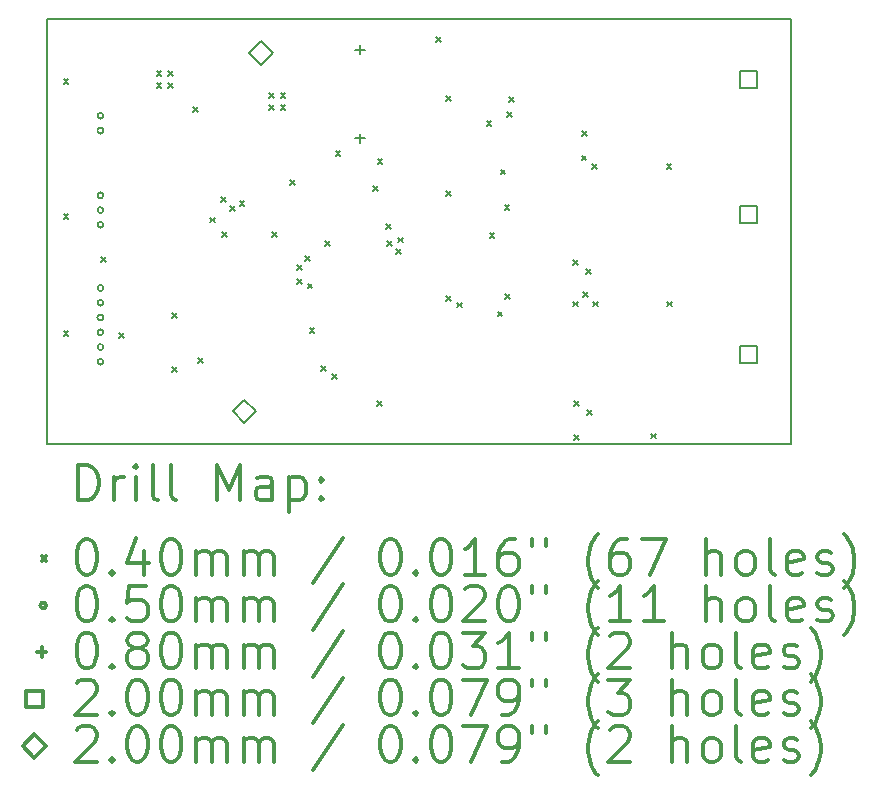
<source format=gbr>
%FSLAX45Y45*%
G04 Gerber Fmt 4.5, Leading zero omitted, Abs format (unit mm)*
G04 Created by KiCad (PCBNEW 4.0.2-stable) date 21.06.2016 15:54:37*
%MOMM*%
G01*
G04 APERTURE LIST*
%ADD10C,0.127000*%
%ADD11C,0.150000*%
%ADD12C,0.200000*%
%ADD13C,0.300000*%
G04 APERTURE END LIST*
D10*
D11*
X17933100Y-5900000D02*
X17933100Y-9500000D01*
X11633100Y-9500000D02*
X17933100Y-9500000D01*
X11633100Y-5900000D02*
X17933100Y-5900000D01*
X11633100Y-9500000D02*
X11633100Y-5900000D01*
D12*
X11771950Y-6406200D02*
X11811950Y-6446200D01*
X11811950Y-6406200D02*
X11771950Y-6446200D01*
X11771950Y-7549200D02*
X11811950Y-7589200D01*
X11811950Y-7549200D02*
X11771950Y-7589200D01*
X11771950Y-8539800D02*
X11811950Y-8579800D01*
X11811950Y-8539800D02*
X11771950Y-8579800D01*
X12089450Y-7917500D02*
X12129450Y-7957500D01*
X12129450Y-7917500D02*
X12089450Y-7957500D01*
X12240692Y-8555242D02*
X12280692Y-8595242D01*
X12280692Y-8555242D02*
X12240692Y-8595242D01*
X12559350Y-6342700D02*
X12599350Y-6382700D01*
X12599350Y-6342700D02*
X12559350Y-6382700D01*
X12559350Y-6442700D02*
X12599350Y-6482700D01*
X12599350Y-6442700D02*
X12559350Y-6482700D01*
X12659350Y-6342700D02*
X12699350Y-6382700D01*
X12699350Y-6342700D02*
X12659350Y-6382700D01*
X12659350Y-6442700D02*
X12699350Y-6482700D01*
X12699350Y-6442700D02*
X12659350Y-6482700D01*
X12691644Y-8388017D02*
X12731644Y-8428017D01*
X12731644Y-8388017D02*
X12691644Y-8428017D01*
X12694076Y-8848031D02*
X12734076Y-8888031D01*
X12734076Y-8848031D02*
X12694076Y-8888031D01*
X12868014Y-6647041D02*
X12908014Y-6687041D01*
X12908014Y-6647041D02*
X12868014Y-6687041D01*
X12913733Y-8768064D02*
X12953733Y-8808064D01*
X12953733Y-8768064D02*
X12913733Y-8808064D01*
X13010065Y-7580459D02*
X13050065Y-7620459D01*
X13050065Y-7580459D02*
X13010065Y-7620459D01*
X13103804Y-7406923D02*
X13143804Y-7446923D01*
X13143804Y-7406923D02*
X13103804Y-7446923D01*
X13113744Y-7703224D02*
X13153744Y-7743224D01*
X13153744Y-7703224D02*
X13113744Y-7743224D01*
X13180799Y-7482688D02*
X13220799Y-7522688D01*
X13220799Y-7482688D02*
X13180799Y-7522688D01*
X13262946Y-7439872D02*
X13302946Y-7479872D01*
X13302946Y-7439872D02*
X13262946Y-7479872D01*
X13509604Y-6525052D02*
X13549604Y-6565052D01*
X13549604Y-6525052D02*
X13509604Y-6565052D01*
X13509604Y-6625052D02*
X13549604Y-6665052D01*
X13549604Y-6625052D02*
X13509604Y-6665052D01*
X13540840Y-7700821D02*
X13580840Y-7740821D01*
X13580840Y-7700821D02*
X13540840Y-7740821D01*
X13609604Y-6525052D02*
X13649604Y-6565052D01*
X13649604Y-6525052D02*
X13609604Y-6565052D01*
X13609604Y-6625052D02*
X13649604Y-6665052D01*
X13649604Y-6625052D02*
X13609604Y-6665052D01*
X13687237Y-7263958D02*
X13727237Y-7303958D01*
X13727237Y-7263958D02*
X13687237Y-7303958D01*
X13749341Y-7983013D02*
X13789341Y-8023013D01*
X13789341Y-7983013D02*
X13749341Y-8023013D01*
X13749341Y-8098865D02*
X13789341Y-8138865D01*
X13789341Y-8098865D02*
X13749341Y-8138865D01*
X13816886Y-7904217D02*
X13856886Y-7944217D01*
X13856886Y-7904217D02*
X13816886Y-7944217D01*
X13839450Y-8139609D02*
X13879450Y-8179609D01*
X13879450Y-8139609D02*
X13839450Y-8179609D01*
X13854750Y-8514400D02*
X13894750Y-8554400D01*
X13894750Y-8514400D02*
X13854750Y-8554400D01*
X13955642Y-8835224D02*
X13995642Y-8875224D01*
X13995642Y-8835224D02*
X13955642Y-8875224D01*
X13985433Y-7780411D02*
X14025433Y-7820411D01*
X14025433Y-7780411D02*
X13985433Y-7820411D01*
X14045250Y-8908100D02*
X14085250Y-8948100D01*
X14085250Y-8908100D02*
X14045250Y-8948100D01*
X14076145Y-7017180D02*
X14116145Y-7057180D01*
X14116145Y-7017180D02*
X14076145Y-7057180D01*
X14392755Y-7312235D02*
X14432755Y-7352235D01*
X14432755Y-7312235D02*
X14392755Y-7352235D01*
X14425184Y-9134845D02*
X14465184Y-9174845D01*
X14465184Y-9134845D02*
X14425184Y-9174845D01*
X14431069Y-7082478D02*
X14471069Y-7122478D01*
X14471069Y-7082478D02*
X14431069Y-7122478D01*
X14502450Y-7638100D02*
X14542450Y-7678100D01*
X14542450Y-7638100D02*
X14502450Y-7678100D01*
X14512695Y-7776296D02*
X14552695Y-7816296D01*
X14552695Y-7776296D02*
X14512695Y-7816296D01*
X14589604Y-7849729D02*
X14629604Y-7889729D01*
X14629604Y-7849729D02*
X14589604Y-7889729D01*
X14605865Y-7748889D02*
X14645865Y-7788889D01*
X14645865Y-7748889D02*
X14605865Y-7788889D01*
X14927900Y-6050600D02*
X14967900Y-6090600D01*
X14967900Y-6050600D02*
X14927900Y-6090600D01*
X15010450Y-6552202D02*
X15050450Y-6592202D01*
X15050450Y-6552202D02*
X15010450Y-6592202D01*
X15010450Y-7358700D02*
X15050450Y-7398700D01*
X15050450Y-7358700D02*
X15010450Y-7398700D01*
X15010450Y-8247700D02*
X15050450Y-8287700D01*
X15050450Y-8247700D02*
X15010450Y-8287700D01*
X15101590Y-8300477D02*
X15141590Y-8340477D01*
X15141590Y-8300477D02*
X15101590Y-8340477D01*
X15353350Y-6761800D02*
X15393350Y-6801800D01*
X15393350Y-6761800D02*
X15353350Y-6801800D01*
X15378750Y-7714300D02*
X15418750Y-7754300D01*
X15418750Y-7714300D02*
X15378750Y-7754300D01*
X15446218Y-8375101D02*
X15486218Y-8415101D01*
X15486218Y-8375101D02*
X15446218Y-8415101D01*
X15471720Y-7174646D02*
X15511720Y-7214646D01*
X15511720Y-7174646D02*
X15471720Y-7214646D01*
X15506561Y-7475520D02*
X15546561Y-7515520D01*
X15546561Y-7475520D02*
X15506561Y-7515520D01*
X15508714Y-8226288D02*
X15548714Y-8266288D01*
X15548714Y-8226288D02*
X15508714Y-8266288D01*
X15529494Y-6686813D02*
X15569494Y-6726813D01*
X15569494Y-6686813D02*
X15529494Y-6726813D01*
X15546849Y-6562423D02*
X15586849Y-6602423D01*
X15586849Y-6562423D02*
X15546849Y-6602423D01*
X16085541Y-8290486D02*
X16125541Y-8330486D01*
X16125541Y-8290486D02*
X16085541Y-8330486D01*
X16085670Y-7939036D02*
X16125670Y-7979036D01*
X16125670Y-7939036D02*
X16085670Y-7979036D01*
X16094664Y-9132723D02*
X16134664Y-9172723D01*
X16134664Y-9132723D02*
X16094664Y-9172723D01*
X16095630Y-9424628D02*
X16135630Y-9464628D01*
X16135630Y-9424628D02*
X16095630Y-9464628D01*
X16158446Y-7054651D02*
X16198446Y-7094651D01*
X16198446Y-7054651D02*
X16158446Y-7094651D01*
X16163873Y-6848430D02*
X16203873Y-6888430D01*
X16203873Y-6848430D02*
X16163873Y-6888430D01*
X16171361Y-8213045D02*
X16211361Y-8253045D01*
X16211361Y-8213045D02*
X16171361Y-8253045D01*
X16194624Y-8017227D02*
X16234624Y-8057227D01*
X16234624Y-8017227D02*
X16194624Y-8057227D01*
X16206731Y-9211929D02*
X16246731Y-9251929D01*
X16246731Y-9211929D02*
X16206731Y-9251929D01*
X16246026Y-7128361D02*
X16286026Y-7168361D01*
X16286026Y-7128361D02*
X16246026Y-7168361D01*
X16256362Y-8292520D02*
X16296362Y-8332520D01*
X16296362Y-8292520D02*
X16256362Y-8332520D01*
X16744181Y-9408492D02*
X16784181Y-9448492D01*
X16784181Y-9408492D02*
X16744181Y-9448492D01*
X16878704Y-7129341D02*
X16918704Y-7169341D01*
X16918704Y-7129341D02*
X16878704Y-7169341D01*
X16881949Y-8292396D02*
X16921949Y-8332396D01*
X16921949Y-8292396D02*
X16881949Y-8332396D01*
X12109050Y-6718300D02*
G75*
G03X12109050Y-6718300I-25000J0D01*
G01*
X12109050Y-6843300D02*
G75*
G03X12109050Y-6843300I-25000J0D01*
G01*
X12109050Y-7391400D02*
G75*
G03X12109050Y-7391400I-25000J0D01*
G01*
X12109050Y-7516400D02*
G75*
G03X12109050Y-7516400I-25000J0D01*
G01*
X12109050Y-7641400D02*
G75*
G03X12109050Y-7641400I-25000J0D01*
G01*
X12109050Y-8176100D02*
G75*
G03X12109050Y-8176100I-25000J0D01*
G01*
X12109050Y-8301100D02*
G75*
G03X12109050Y-8301100I-25000J0D01*
G01*
X12109050Y-8426100D02*
G75*
G03X12109050Y-8426100I-25000J0D01*
G01*
X12109050Y-8551100D02*
G75*
G03X12109050Y-8551100I-25000J0D01*
G01*
X12109050Y-8676100D02*
G75*
G03X12109050Y-8676100I-25000J0D01*
G01*
X12109050Y-8801100D02*
G75*
G03X12109050Y-8801100I-25000J0D01*
G01*
X14281150Y-6118800D02*
X14281150Y-6198800D01*
X14241150Y-6158800D02*
X14321150Y-6158800D01*
X14281150Y-6868800D02*
X14281150Y-6948800D01*
X14241150Y-6908800D02*
X14321150Y-6908800D01*
X17641125Y-6484175D02*
X17641125Y-6342825D01*
X17499775Y-6342825D01*
X17499775Y-6484175D01*
X17641125Y-6484175D01*
X17641125Y-7627175D02*
X17641125Y-7485825D01*
X17499775Y-7485825D01*
X17499775Y-7627175D01*
X17641125Y-7627175D01*
X17641125Y-8808275D02*
X17641125Y-8666925D01*
X17499775Y-8666925D01*
X17499775Y-8808275D01*
X17641125Y-8808275D01*
X13303250Y-9320200D02*
X13403250Y-9220200D01*
X13303250Y-9120200D01*
X13203250Y-9220200D01*
X13303250Y-9320200D01*
X13442950Y-6284900D02*
X13542950Y-6184900D01*
X13442950Y-6084900D01*
X13342950Y-6184900D01*
X13442950Y-6284900D01*
D13*
X11897028Y-9973214D02*
X11897028Y-9673214D01*
X11968457Y-9673214D01*
X12011314Y-9687500D01*
X12039886Y-9716072D01*
X12054171Y-9744643D01*
X12068457Y-9801786D01*
X12068457Y-9844643D01*
X12054171Y-9901786D01*
X12039886Y-9930357D01*
X12011314Y-9958929D01*
X11968457Y-9973214D01*
X11897028Y-9973214D01*
X12197028Y-9973214D02*
X12197028Y-9773214D01*
X12197028Y-9830357D02*
X12211314Y-9801786D01*
X12225600Y-9787500D01*
X12254171Y-9773214D01*
X12282743Y-9773214D01*
X12382743Y-9973214D02*
X12382743Y-9773214D01*
X12382743Y-9673214D02*
X12368457Y-9687500D01*
X12382743Y-9701786D01*
X12397028Y-9687500D01*
X12382743Y-9673214D01*
X12382743Y-9701786D01*
X12568457Y-9973214D02*
X12539886Y-9958929D01*
X12525600Y-9930357D01*
X12525600Y-9673214D01*
X12725600Y-9973214D02*
X12697028Y-9958929D01*
X12682743Y-9930357D01*
X12682743Y-9673214D01*
X13068457Y-9973214D02*
X13068457Y-9673214D01*
X13168457Y-9887500D01*
X13268457Y-9673214D01*
X13268457Y-9973214D01*
X13539886Y-9973214D02*
X13539886Y-9816072D01*
X13525600Y-9787500D01*
X13497028Y-9773214D01*
X13439886Y-9773214D01*
X13411314Y-9787500D01*
X13539886Y-9958929D02*
X13511314Y-9973214D01*
X13439886Y-9973214D01*
X13411314Y-9958929D01*
X13397028Y-9930357D01*
X13397028Y-9901786D01*
X13411314Y-9873214D01*
X13439886Y-9858929D01*
X13511314Y-9858929D01*
X13539886Y-9844643D01*
X13682743Y-9773214D02*
X13682743Y-10073214D01*
X13682743Y-9787500D02*
X13711314Y-9773214D01*
X13768457Y-9773214D01*
X13797028Y-9787500D01*
X13811314Y-9801786D01*
X13825600Y-9830357D01*
X13825600Y-9916072D01*
X13811314Y-9944643D01*
X13797028Y-9958929D01*
X13768457Y-9973214D01*
X13711314Y-9973214D01*
X13682743Y-9958929D01*
X13954171Y-9944643D02*
X13968457Y-9958929D01*
X13954171Y-9973214D01*
X13939886Y-9958929D01*
X13954171Y-9944643D01*
X13954171Y-9973214D01*
X13954171Y-9787500D02*
X13968457Y-9801786D01*
X13954171Y-9816072D01*
X13939886Y-9801786D01*
X13954171Y-9787500D01*
X13954171Y-9816072D01*
X11585600Y-10447500D02*
X11625600Y-10487500D01*
X11625600Y-10447500D02*
X11585600Y-10487500D01*
X11954171Y-10303214D02*
X11982743Y-10303214D01*
X12011314Y-10317500D01*
X12025600Y-10331786D01*
X12039886Y-10360357D01*
X12054171Y-10417500D01*
X12054171Y-10488929D01*
X12039886Y-10546072D01*
X12025600Y-10574643D01*
X12011314Y-10588929D01*
X11982743Y-10603214D01*
X11954171Y-10603214D01*
X11925600Y-10588929D01*
X11911314Y-10574643D01*
X11897028Y-10546072D01*
X11882743Y-10488929D01*
X11882743Y-10417500D01*
X11897028Y-10360357D01*
X11911314Y-10331786D01*
X11925600Y-10317500D01*
X11954171Y-10303214D01*
X12182743Y-10574643D02*
X12197028Y-10588929D01*
X12182743Y-10603214D01*
X12168457Y-10588929D01*
X12182743Y-10574643D01*
X12182743Y-10603214D01*
X12454171Y-10403214D02*
X12454171Y-10603214D01*
X12382743Y-10288929D02*
X12311314Y-10503214D01*
X12497028Y-10503214D01*
X12668457Y-10303214D02*
X12697028Y-10303214D01*
X12725600Y-10317500D01*
X12739886Y-10331786D01*
X12754171Y-10360357D01*
X12768457Y-10417500D01*
X12768457Y-10488929D01*
X12754171Y-10546072D01*
X12739886Y-10574643D01*
X12725600Y-10588929D01*
X12697028Y-10603214D01*
X12668457Y-10603214D01*
X12639886Y-10588929D01*
X12625600Y-10574643D01*
X12611314Y-10546072D01*
X12597028Y-10488929D01*
X12597028Y-10417500D01*
X12611314Y-10360357D01*
X12625600Y-10331786D01*
X12639886Y-10317500D01*
X12668457Y-10303214D01*
X12897028Y-10603214D02*
X12897028Y-10403214D01*
X12897028Y-10431786D02*
X12911314Y-10417500D01*
X12939886Y-10403214D01*
X12982743Y-10403214D01*
X13011314Y-10417500D01*
X13025600Y-10446072D01*
X13025600Y-10603214D01*
X13025600Y-10446072D02*
X13039886Y-10417500D01*
X13068457Y-10403214D01*
X13111314Y-10403214D01*
X13139886Y-10417500D01*
X13154171Y-10446072D01*
X13154171Y-10603214D01*
X13297028Y-10603214D02*
X13297028Y-10403214D01*
X13297028Y-10431786D02*
X13311314Y-10417500D01*
X13339886Y-10403214D01*
X13382743Y-10403214D01*
X13411314Y-10417500D01*
X13425600Y-10446072D01*
X13425600Y-10603214D01*
X13425600Y-10446072D02*
X13439886Y-10417500D01*
X13468457Y-10403214D01*
X13511314Y-10403214D01*
X13539886Y-10417500D01*
X13554171Y-10446072D01*
X13554171Y-10603214D01*
X14139886Y-10288929D02*
X13882743Y-10674643D01*
X14525600Y-10303214D02*
X14554171Y-10303214D01*
X14582743Y-10317500D01*
X14597028Y-10331786D01*
X14611314Y-10360357D01*
X14625600Y-10417500D01*
X14625600Y-10488929D01*
X14611314Y-10546072D01*
X14597028Y-10574643D01*
X14582743Y-10588929D01*
X14554171Y-10603214D01*
X14525600Y-10603214D01*
X14497028Y-10588929D01*
X14482743Y-10574643D01*
X14468457Y-10546072D01*
X14454171Y-10488929D01*
X14454171Y-10417500D01*
X14468457Y-10360357D01*
X14482743Y-10331786D01*
X14497028Y-10317500D01*
X14525600Y-10303214D01*
X14754171Y-10574643D02*
X14768457Y-10588929D01*
X14754171Y-10603214D01*
X14739886Y-10588929D01*
X14754171Y-10574643D01*
X14754171Y-10603214D01*
X14954171Y-10303214D02*
X14982743Y-10303214D01*
X15011314Y-10317500D01*
X15025600Y-10331786D01*
X15039885Y-10360357D01*
X15054171Y-10417500D01*
X15054171Y-10488929D01*
X15039885Y-10546072D01*
X15025600Y-10574643D01*
X15011314Y-10588929D01*
X14982743Y-10603214D01*
X14954171Y-10603214D01*
X14925600Y-10588929D01*
X14911314Y-10574643D01*
X14897028Y-10546072D01*
X14882743Y-10488929D01*
X14882743Y-10417500D01*
X14897028Y-10360357D01*
X14911314Y-10331786D01*
X14925600Y-10317500D01*
X14954171Y-10303214D01*
X15339885Y-10603214D02*
X15168457Y-10603214D01*
X15254171Y-10603214D02*
X15254171Y-10303214D01*
X15225600Y-10346072D01*
X15197028Y-10374643D01*
X15168457Y-10388929D01*
X15597028Y-10303214D02*
X15539885Y-10303214D01*
X15511314Y-10317500D01*
X15497028Y-10331786D01*
X15468457Y-10374643D01*
X15454171Y-10431786D01*
X15454171Y-10546072D01*
X15468457Y-10574643D01*
X15482743Y-10588929D01*
X15511314Y-10603214D01*
X15568457Y-10603214D01*
X15597028Y-10588929D01*
X15611314Y-10574643D01*
X15625600Y-10546072D01*
X15625600Y-10474643D01*
X15611314Y-10446072D01*
X15597028Y-10431786D01*
X15568457Y-10417500D01*
X15511314Y-10417500D01*
X15482743Y-10431786D01*
X15468457Y-10446072D01*
X15454171Y-10474643D01*
X15739886Y-10303214D02*
X15739886Y-10360357D01*
X15854171Y-10303214D02*
X15854171Y-10360357D01*
X16297028Y-10717500D02*
X16282743Y-10703214D01*
X16254171Y-10660357D01*
X16239885Y-10631786D01*
X16225600Y-10588929D01*
X16211314Y-10517500D01*
X16211314Y-10460357D01*
X16225600Y-10388929D01*
X16239885Y-10346072D01*
X16254171Y-10317500D01*
X16282743Y-10274643D01*
X16297028Y-10260357D01*
X16539885Y-10303214D02*
X16482743Y-10303214D01*
X16454171Y-10317500D01*
X16439885Y-10331786D01*
X16411314Y-10374643D01*
X16397028Y-10431786D01*
X16397028Y-10546072D01*
X16411314Y-10574643D01*
X16425600Y-10588929D01*
X16454171Y-10603214D01*
X16511314Y-10603214D01*
X16539885Y-10588929D01*
X16554171Y-10574643D01*
X16568457Y-10546072D01*
X16568457Y-10474643D01*
X16554171Y-10446072D01*
X16539885Y-10431786D01*
X16511314Y-10417500D01*
X16454171Y-10417500D01*
X16425600Y-10431786D01*
X16411314Y-10446072D01*
X16397028Y-10474643D01*
X16668457Y-10303214D02*
X16868457Y-10303214D01*
X16739885Y-10603214D01*
X17211314Y-10603214D02*
X17211314Y-10303214D01*
X17339886Y-10603214D02*
X17339886Y-10446072D01*
X17325600Y-10417500D01*
X17297028Y-10403214D01*
X17254171Y-10403214D01*
X17225600Y-10417500D01*
X17211314Y-10431786D01*
X17525600Y-10603214D02*
X17497028Y-10588929D01*
X17482743Y-10574643D01*
X17468457Y-10546072D01*
X17468457Y-10460357D01*
X17482743Y-10431786D01*
X17497028Y-10417500D01*
X17525600Y-10403214D01*
X17568457Y-10403214D01*
X17597028Y-10417500D01*
X17611314Y-10431786D01*
X17625600Y-10460357D01*
X17625600Y-10546072D01*
X17611314Y-10574643D01*
X17597028Y-10588929D01*
X17568457Y-10603214D01*
X17525600Y-10603214D01*
X17797028Y-10603214D02*
X17768457Y-10588929D01*
X17754171Y-10560357D01*
X17754171Y-10303214D01*
X18025600Y-10588929D02*
X17997029Y-10603214D01*
X17939886Y-10603214D01*
X17911314Y-10588929D01*
X17897029Y-10560357D01*
X17897029Y-10446072D01*
X17911314Y-10417500D01*
X17939886Y-10403214D01*
X17997029Y-10403214D01*
X18025600Y-10417500D01*
X18039886Y-10446072D01*
X18039886Y-10474643D01*
X17897029Y-10503214D01*
X18154171Y-10588929D02*
X18182743Y-10603214D01*
X18239886Y-10603214D01*
X18268457Y-10588929D01*
X18282743Y-10560357D01*
X18282743Y-10546072D01*
X18268457Y-10517500D01*
X18239886Y-10503214D01*
X18197029Y-10503214D01*
X18168457Y-10488929D01*
X18154171Y-10460357D01*
X18154171Y-10446072D01*
X18168457Y-10417500D01*
X18197029Y-10403214D01*
X18239886Y-10403214D01*
X18268457Y-10417500D01*
X18382743Y-10717500D02*
X18397029Y-10703214D01*
X18425600Y-10660357D01*
X18439886Y-10631786D01*
X18454171Y-10588929D01*
X18468457Y-10517500D01*
X18468457Y-10460357D01*
X18454171Y-10388929D01*
X18439886Y-10346072D01*
X18425600Y-10317500D01*
X18397029Y-10274643D01*
X18382743Y-10260357D01*
X11625600Y-10863500D02*
G75*
G03X11625600Y-10863500I-25000J0D01*
G01*
X11954171Y-10699214D02*
X11982743Y-10699214D01*
X12011314Y-10713500D01*
X12025600Y-10727786D01*
X12039886Y-10756357D01*
X12054171Y-10813500D01*
X12054171Y-10884929D01*
X12039886Y-10942072D01*
X12025600Y-10970643D01*
X12011314Y-10984929D01*
X11982743Y-10999214D01*
X11954171Y-10999214D01*
X11925600Y-10984929D01*
X11911314Y-10970643D01*
X11897028Y-10942072D01*
X11882743Y-10884929D01*
X11882743Y-10813500D01*
X11897028Y-10756357D01*
X11911314Y-10727786D01*
X11925600Y-10713500D01*
X11954171Y-10699214D01*
X12182743Y-10970643D02*
X12197028Y-10984929D01*
X12182743Y-10999214D01*
X12168457Y-10984929D01*
X12182743Y-10970643D01*
X12182743Y-10999214D01*
X12468457Y-10699214D02*
X12325600Y-10699214D01*
X12311314Y-10842072D01*
X12325600Y-10827786D01*
X12354171Y-10813500D01*
X12425600Y-10813500D01*
X12454171Y-10827786D01*
X12468457Y-10842072D01*
X12482743Y-10870643D01*
X12482743Y-10942072D01*
X12468457Y-10970643D01*
X12454171Y-10984929D01*
X12425600Y-10999214D01*
X12354171Y-10999214D01*
X12325600Y-10984929D01*
X12311314Y-10970643D01*
X12668457Y-10699214D02*
X12697028Y-10699214D01*
X12725600Y-10713500D01*
X12739886Y-10727786D01*
X12754171Y-10756357D01*
X12768457Y-10813500D01*
X12768457Y-10884929D01*
X12754171Y-10942072D01*
X12739886Y-10970643D01*
X12725600Y-10984929D01*
X12697028Y-10999214D01*
X12668457Y-10999214D01*
X12639886Y-10984929D01*
X12625600Y-10970643D01*
X12611314Y-10942072D01*
X12597028Y-10884929D01*
X12597028Y-10813500D01*
X12611314Y-10756357D01*
X12625600Y-10727786D01*
X12639886Y-10713500D01*
X12668457Y-10699214D01*
X12897028Y-10999214D02*
X12897028Y-10799214D01*
X12897028Y-10827786D02*
X12911314Y-10813500D01*
X12939886Y-10799214D01*
X12982743Y-10799214D01*
X13011314Y-10813500D01*
X13025600Y-10842072D01*
X13025600Y-10999214D01*
X13025600Y-10842072D02*
X13039886Y-10813500D01*
X13068457Y-10799214D01*
X13111314Y-10799214D01*
X13139886Y-10813500D01*
X13154171Y-10842072D01*
X13154171Y-10999214D01*
X13297028Y-10999214D02*
X13297028Y-10799214D01*
X13297028Y-10827786D02*
X13311314Y-10813500D01*
X13339886Y-10799214D01*
X13382743Y-10799214D01*
X13411314Y-10813500D01*
X13425600Y-10842072D01*
X13425600Y-10999214D01*
X13425600Y-10842072D02*
X13439886Y-10813500D01*
X13468457Y-10799214D01*
X13511314Y-10799214D01*
X13539886Y-10813500D01*
X13554171Y-10842072D01*
X13554171Y-10999214D01*
X14139886Y-10684929D02*
X13882743Y-11070643D01*
X14525600Y-10699214D02*
X14554171Y-10699214D01*
X14582743Y-10713500D01*
X14597028Y-10727786D01*
X14611314Y-10756357D01*
X14625600Y-10813500D01*
X14625600Y-10884929D01*
X14611314Y-10942072D01*
X14597028Y-10970643D01*
X14582743Y-10984929D01*
X14554171Y-10999214D01*
X14525600Y-10999214D01*
X14497028Y-10984929D01*
X14482743Y-10970643D01*
X14468457Y-10942072D01*
X14454171Y-10884929D01*
X14454171Y-10813500D01*
X14468457Y-10756357D01*
X14482743Y-10727786D01*
X14497028Y-10713500D01*
X14525600Y-10699214D01*
X14754171Y-10970643D02*
X14768457Y-10984929D01*
X14754171Y-10999214D01*
X14739886Y-10984929D01*
X14754171Y-10970643D01*
X14754171Y-10999214D01*
X14954171Y-10699214D02*
X14982743Y-10699214D01*
X15011314Y-10713500D01*
X15025600Y-10727786D01*
X15039885Y-10756357D01*
X15054171Y-10813500D01*
X15054171Y-10884929D01*
X15039885Y-10942072D01*
X15025600Y-10970643D01*
X15011314Y-10984929D01*
X14982743Y-10999214D01*
X14954171Y-10999214D01*
X14925600Y-10984929D01*
X14911314Y-10970643D01*
X14897028Y-10942072D01*
X14882743Y-10884929D01*
X14882743Y-10813500D01*
X14897028Y-10756357D01*
X14911314Y-10727786D01*
X14925600Y-10713500D01*
X14954171Y-10699214D01*
X15168457Y-10727786D02*
X15182743Y-10713500D01*
X15211314Y-10699214D01*
X15282743Y-10699214D01*
X15311314Y-10713500D01*
X15325600Y-10727786D01*
X15339885Y-10756357D01*
X15339885Y-10784929D01*
X15325600Y-10827786D01*
X15154171Y-10999214D01*
X15339885Y-10999214D01*
X15525600Y-10699214D02*
X15554171Y-10699214D01*
X15582743Y-10713500D01*
X15597028Y-10727786D01*
X15611314Y-10756357D01*
X15625600Y-10813500D01*
X15625600Y-10884929D01*
X15611314Y-10942072D01*
X15597028Y-10970643D01*
X15582743Y-10984929D01*
X15554171Y-10999214D01*
X15525600Y-10999214D01*
X15497028Y-10984929D01*
X15482743Y-10970643D01*
X15468457Y-10942072D01*
X15454171Y-10884929D01*
X15454171Y-10813500D01*
X15468457Y-10756357D01*
X15482743Y-10727786D01*
X15497028Y-10713500D01*
X15525600Y-10699214D01*
X15739886Y-10699214D02*
X15739886Y-10756357D01*
X15854171Y-10699214D02*
X15854171Y-10756357D01*
X16297028Y-11113500D02*
X16282743Y-11099214D01*
X16254171Y-11056357D01*
X16239885Y-11027786D01*
X16225600Y-10984929D01*
X16211314Y-10913500D01*
X16211314Y-10856357D01*
X16225600Y-10784929D01*
X16239885Y-10742072D01*
X16254171Y-10713500D01*
X16282743Y-10670643D01*
X16297028Y-10656357D01*
X16568457Y-10999214D02*
X16397028Y-10999214D01*
X16482743Y-10999214D02*
X16482743Y-10699214D01*
X16454171Y-10742072D01*
X16425600Y-10770643D01*
X16397028Y-10784929D01*
X16854171Y-10999214D02*
X16682743Y-10999214D01*
X16768457Y-10999214D02*
X16768457Y-10699214D01*
X16739885Y-10742072D01*
X16711314Y-10770643D01*
X16682743Y-10784929D01*
X17211314Y-10999214D02*
X17211314Y-10699214D01*
X17339886Y-10999214D02*
X17339886Y-10842072D01*
X17325600Y-10813500D01*
X17297028Y-10799214D01*
X17254171Y-10799214D01*
X17225600Y-10813500D01*
X17211314Y-10827786D01*
X17525600Y-10999214D02*
X17497028Y-10984929D01*
X17482743Y-10970643D01*
X17468457Y-10942072D01*
X17468457Y-10856357D01*
X17482743Y-10827786D01*
X17497028Y-10813500D01*
X17525600Y-10799214D01*
X17568457Y-10799214D01*
X17597028Y-10813500D01*
X17611314Y-10827786D01*
X17625600Y-10856357D01*
X17625600Y-10942072D01*
X17611314Y-10970643D01*
X17597028Y-10984929D01*
X17568457Y-10999214D01*
X17525600Y-10999214D01*
X17797028Y-10999214D02*
X17768457Y-10984929D01*
X17754171Y-10956357D01*
X17754171Y-10699214D01*
X18025600Y-10984929D02*
X17997029Y-10999214D01*
X17939886Y-10999214D01*
X17911314Y-10984929D01*
X17897029Y-10956357D01*
X17897029Y-10842072D01*
X17911314Y-10813500D01*
X17939886Y-10799214D01*
X17997029Y-10799214D01*
X18025600Y-10813500D01*
X18039886Y-10842072D01*
X18039886Y-10870643D01*
X17897029Y-10899214D01*
X18154171Y-10984929D02*
X18182743Y-10999214D01*
X18239886Y-10999214D01*
X18268457Y-10984929D01*
X18282743Y-10956357D01*
X18282743Y-10942072D01*
X18268457Y-10913500D01*
X18239886Y-10899214D01*
X18197029Y-10899214D01*
X18168457Y-10884929D01*
X18154171Y-10856357D01*
X18154171Y-10842072D01*
X18168457Y-10813500D01*
X18197029Y-10799214D01*
X18239886Y-10799214D01*
X18268457Y-10813500D01*
X18382743Y-11113500D02*
X18397029Y-11099214D01*
X18425600Y-11056357D01*
X18439886Y-11027786D01*
X18454171Y-10984929D01*
X18468457Y-10913500D01*
X18468457Y-10856357D01*
X18454171Y-10784929D01*
X18439886Y-10742072D01*
X18425600Y-10713500D01*
X18397029Y-10670643D01*
X18382743Y-10656357D01*
X11585600Y-11219500D02*
X11585600Y-11299500D01*
X11545600Y-11259500D02*
X11625600Y-11259500D01*
X11954171Y-11095214D02*
X11982743Y-11095214D01*
X12011314Y-11109500D01*
X12025600Y-11123786D01*
X12039886Y-11152357D01*
X12054171Y-11209500D01*
X12054171Y-11280929D01*
X12039886Y-11338071D01*
X12025600Y-11366643D01*
X12011314Y-11380929D01*
X11982743Y-11395214D01*
X11954171Y-11395214D01*
X11925600Y-11380929D01*
X11911314Y-11366643D01*
X11897028Y-11338071D01*
X11882743Y-11280929D01*
X11882743Y-11209500D01*
X11897028Y-11152357D01*
X11911314Y-11123786D01*
X11925600Y-11109500D01*
X11954171Y-11095214D01*
X12182743Y-11366643D02*
X12197028Y-11380929D01*
X12182743Y-11395214D01*
X12168457Y-11380929D01*
X12182743Y-11366643D01*
X12182743Y-11395214D01*
X12368457Y-11223786D02*
X12339886Y-11209500D01*
X12325600Y-11195214D01*
X12311314Y-11166643D01*
X12311314Y-11152357D01*
X12325600Y-11123786D01*
X12339886Y-11109500D01*
X12368457Y-11095214D01*
X12425600Y-11095214D01*
X12454171Y-11109500D01*
X12468457Y-11123786D01*
X12482743Y-11152357D01*
X12482743Y-11166643D01*
X12468457Y-11195214D01*
X12454171Y-11209500D01*
X12425600Y-11223786D01*
X12368457Y-11223786D01*
X12339886Y-11238071D01*
X12325600Y-11252357D01*
X12311314Y-11280929D01*
X12311314Y-11338071D01*
X12325600Y-11366643D01*
X12339886Y-11380929D01*
X12368457Y-11395214D01*
X12425600Y-11395214D01*
X12454171Y-11380929D01*
X12468457Y-11366643D01*
X12482743Y-11338071D01*
X12482743Y-11280929D01*
X12468457Y-11252357D01*
X12454171Y-11238071D01*
X12425600Y-11223786D01*
X12668457Y-11095214D02*
X12697028Y-11095214D01*
X12725600Y-11109500D01*
X12739886Y-11123786D01*
X12754171Y-11152357D01*
X12768457Y-11209500D01*
X12768457Y-11280929D01*
X12754171Y-11338071D01*
X12739886Y-11366643D01*
X12725600Y-11380929D01*
X12697028Y-11395214D01*
X12668457Y-11395214D01*
X12639886Y-11380929D01*
X12625600Y-11366643D01*
X12611314Y-11338071D01*
X12597028Y-11280929D01*
X12597028Y-11209500D01*
X12611314Y-11152357D01*
X12625600Y-11123786D01*
X12639886Y-11109500D01*
X12668457Y-11095214D01*
X12897028Y-11395214D02*
X12897028Y-11195214D01*
X12897028Y-11223786D02*
X12911314Y-11209500D01*
X12939886Y-11195214D01*
X12982743Y-11195214D01*
X13011314Y-11209500D01*
X13025600Y-11238071D01*
X13025600Y-11395214D01*
X13025600Y-11238071D02*
X13039886Y-11209500D01*
X13068457Y-11195214D01*
X13111314Y-11195214D01*
X13139886Y-11209500D01*
X13154171Y-11238071D01*
X13154171Y-11395214D01*
X13297028Y-11395214D02*
X13297028Y-11195214D01*
X13297028Y-11223786D02*
X13311314Y-11209500D01*
X13339886Y-11195214D01*
X13382743Y-11195214D01*
X13411314Y-11209500D01*
X13425600Y-11238071D01*
X13425600Y-11395214D01*
X13425600Y-11238071D02*
X13439886Y-11209500D01*
X13468457Y-11195214D01*
X13511314Y-11195214D01*
X13539886Y-11209500D01*
X13554171Y-11238071D01*
X13554171Y-11395214D01*
X14139886Y-11080929D02*
X13882743Y-11466643D01*
X14525600Y-11095214D02*
X14554171Y-11095214D01*
X14582743Y-11109500D01*
X14597028Y-11123786D01*
X14611314Y-11152357D01*
X14625600Y-11209500D01*
X14625600Y-11280929D01*
X14611314Y-11338071D01*
X14597028Y-11366643D01*
X14582743Y-11380929D01*
X14554171Y-11395214D01*
X14525600Y-11395214D01*
X14497028Y-11380929D01*
X14482743Y-11366643D01*
X14468457Y-11338071D01*
X14454171Y-11280929D01*
X14454171Y-11209500D01*
X14468457Y-11152357D01*
X14482743Y-11123786D01*
X14497028Y-11109500D01*
X14525600Y-11095214D01*
X14754171Y-11366643D02*
X14768457Y-11380929D01*
X14754171Y-11395214D01*
X14739886Y-11380929D01*
X14754171Y-11366643D01*
X14754171Y-11395214D01*
X14954171Y-11095214D02*
X14982743Y-11095214D01*
X15011314Y-11109500D01*
X15025600Y-11123786D01*
X15039885Y-11152357D01*
X15054171Y-11209500D01*
X15054171Y-11280929D01*
X15039885Y-11338071D01*
X15025600Y-11366643D01*
X15011314Y-11380929D01*
X14982743Y-11395214D01*
X14954171Y-11395214D01*
X14925600Y-11380929D01*
X14911314Y-11366643D01*
X14897028Y-11338071D01*
X14882743Y-11280929D01*
X14882743Y-11209500D01*
X14897028Y-11152357D01*
X14911314Y-11123786D01*
X14925600Y-11109500D01*
X14954171Y-11095214D01*
X15154171Y-11095214D02*
X15339885Y-11095214D01*
X15239885Y-11209500D01*
X15282743Y-11209500D01*
X15311314Y-11223786D01*
X15325600Y-11238071D01*
X15339885Y-11266643D01*
X15339885Y-11338071D01*
X15325600Y-11366643D01*
X15311314Y-11380929D01*
X15282743Y-11395214D01*
X15197028Y-11395214D01*
X15168457Y-11380929D01*
X15154171Y-11366643D01*
X15625600Y-11395214D02*
X15454171Y-11395214D01*
X15539885Y-11395214D02*
X15539885Y-11095214D01*
X15511314Y-11138072D01*
X15482743Y-11166643D01*
X15454171Y-11180929D01*
X15739886Y-11095214D02*
X15739886Y-11152357D01*
X15854171Y-11095214D02*
X15854171Y-11152357D01*
X16297028Y-11509500D02*
X16282743Y-11495214D01*
X16254171Y-11452357D01*
X16239885Y-11423786D01*
X16225600Y-11380929D01*
X16211314Y-11309500D01*
X16211314Y-11252357D01*
X16225600Y-11180929D01*
X16239885Y-11138072D01*
X16254171Y-11109500D01*
X16282743Y-11066643D01*
X16297028Y-11052357D01*
X16397028Y-11123786D02*
X16411314Y-11109500D01*
X16439885Y-11095214D01*
X16511314Y-11095214D01*
X16539885Y-11109500D01*
X16554171Y-11123786D01*
X16568457Y-11152357D01*
X16568457Y-11180929D01*
X16554171Y-11223786D01*
X16382743Y-11395214D01*
X16568457Y-11395214D01*
X16925600Y-11395214D02*
X16925600Y-11095214D01*
X17054171Y-11395214D02*
X17054171Y-11238071D01*
X17039886Y-11209500D01*
X17011314Y-11195214D01*
X16968457Y-11195214D01*
X16939886Y-11209500D01*
X16925600Y-11223786D01*
X17239886Y-11395214D02*
X17211314Y-11380929D01*
X17197028Y-11366643D01*
X17182743Y-11338071D01*
X17182743Y-11252357D01*
X17197028Y-11223786D01*
X17211314Y-11209500D01*
X17239886Y-11195214D01*
X17282743Y-11195214D01*
X17311314Y-11209500D01*
X17325600Y-11223786D01*
X17339886Y-11252357D01*
X17339886Y-11338071D01*
X17325600Y-11366643D01*
X17311314Y-11380929D01*
X17282743Y-11395214D01*
X17239886Y-11395214D01*
X17511314Y-11395214D02*
X17482743Y-11380929D01*
X17468457Y-11352357D01*
X17468457Y-11095214D01*
X17739886Y-11380929D02*
X17711314Y-11395214D01*
X17654171Y-11395214D01*
X17625600Y-11380929D01*
X17611314Y-11352357D01*
X17611314Y-11238071D01*
X17625600Y-11209500D01*
X17654171Y-11195214D01*
X17711314Y-11195214D01*
X17739886Y-11209500D01*
X17754171Y-11238071D01*
X17754171Y-11266643D01*
X17611314Y-11295214D01*
X17868457Y-11380929D02*
X17897029Y-11395214D01*
X17954171Y-11395214D01*
X17982743Y-11380929D01*
X17997029Y-11352357D01*
X17997029Y-11338071D01*
X17982743Y-11309500D01*
X17954171Y-11295214D01*
X17911314Y-11295214D01*
X17882743Y-11280929D01*
X17868457Y-11252357D01*
X17868457Y-11238071D01*
X17882743Y-11209500D01*
X17911314Y-11195214D01*
X17954171Y-11195214D01*
X17982743Y-11209500D01*
X18097028Y-11509500D02*
X18111314Y-11495214D01*
X18139886Y-11452357D01*
X18154171Y-11423786D01*
X18168457Y-11380929D01*
X18182743Y-11309500D01*
X18182743Y-11252357D01*
X18168457Y-11180929D01*
X18154171Y-11138072D01*
X18139886Y-11109500D01*
X18111314Y-11066643D01*
X18097028Y-11052357D01*
X11596326Y-11726175D02*
X11596326Y-11584825D01*
X11454976Y-11584825D01*
X11454976Y-11726175D01*
X11596326Y-11726175D01*
X11882743Y-11519786D02*
X11897028Y-11505500D01*
X11925600Y-11491214D01*
X11997028Y-11491214D01*
X12025600Y-11505500D01*
X12039886Y-11519786D01*
X12054171Y-11548357D01*
X12054171Y-11576929D01*
X12039886Y-11619786D01*
X11868457Y-11791214D01*
X12054171Y-11791214D01*
X12182743Y-11762643D02*
X12197028Y-11776929D01*
X12182743Y-11791214D01*
X12168457Y-11776929D01*
X12182743Y-11762643D01*
X12182743Y-11791214D01*
X12382743Y-11491214D02*
X12411314Y-11491214D01*
X12439886Y-11505500D01*
X12454171Y-11519786D01*
X12468457Y-11548357D01*
X12482743Y-11605500D01*
X12482743Y-11676929D01*
X12468457Y-11734071D01*
X12454171Y-11762643D01*
X12439886Y-11776929D01*
X12411314Y-11791214D01*
X12382743Y-11791214D01*
X12354171Y-11776929D01*
X12339886Y-11762643D01*
X12325600Y-11734071D01*
X12311314Y-11676929D01*
X12311314Y-11605500D01*
X12325600Y-11548357D01*
X12339886Y-11519786D01*
X12354171Y-11505500D01*
X12382743Y-11491214D01*
X12668457Y-11491214D02*
X12697028Y-11491214D01*
X12725600Y-11505500D01*
X12739886Y-11519786D01*
X12754171Y-11548357D01*
X12768457Y-11605500D01*
X12768457Y-11676929D01*
X12754171Y-11734071D01*
X12739886Y-11762643D01*
X12725600Y-11776929D01*
X12697028Y-11791214D01*
X12668457Y-11791214D01*
X12639886Y-11776929D01*
X12625600Y-11762643D01*
X12611314Y-11734071D01*
X12597028Y-11676929D01*
X12597028Y-11605500D01*
X12611314Y-11548357D01*
X12625600Y-11519786D01*
X12639886Y-11505500D01*
X12668457Y-11491214D01*
X12897028Y-11791214D02*
X12897028Y-11591214D01*
X12897028Y-11619786D02*
X12911314Y-11605500D01*
X12939886Y-11591214D01*
X12982743Y-11591214D01*
X13011314Y-11605500D01*
X13025600Y-11634071D01*
X13025600Y-11791214D01*
X13025600Y-11634071D02*
X13039886Y-11605500D01*
X13068457Y-11591214D01*
X13111314Y-11591214D01*
X13139886Y-11605500D01*
X13154171Y-11634071D01*
X13154171Y-11791214D01*
X13297028Y-11791214D02*
X13297028Y-11591214D01*
X13297028Y-11619786D02*
X13311314Y-11605500D01*
X13339886Y-11591214D01*
X13382743Y-11591214D01*
X13411314Y-11605500D01*
X13425600Y-11634071D01*
X13425600Y-11791214D01*
X13425600Y-11634071D02*
X13439886Y-11605500D01*
X13468457Y-11591214D01*
X13511314Y-11591214D01*
X13539886Y-11605500D01*
X13554171Y-11634071D01*
X13554171Y-11791214D01*
X14139886Y-11476929D02*
X13882743Y-11862643D01*
X14525600Y-11491214D02*
X14554171Y-11491214D01*
X14582743Y-11505500D01*
X14597028Y-11519786D01*
X14611314Y-11548357D01*
X14625600Y-11605500D01*
X14625600Y-11676929D01*
X14611314Y-11734071D01*
X14597028Y-11762643D01*
X14582743Y-11776929D01*
X14554171Y-11791214D01*
X14525600Y-11791214D01*
X14497028Y-11776929D01*
X14482743Y-11762643D01*
X14468457Y-11734071D01*
X14454171Y-11676929D01*
X14454171Y-11605500D01*
X14468457Y-11548357D01*
X14482743Y-11519786D01*
X14497028Y-11505500D01*
X14525600Y-11491214D01*
X14754171Y-11762643D02*
X14768457Y-11776929D01*
X14754171Y-11791214D01*
X14739886Y-11776929D01*
X14754171Y-11762643D01*
X14754171Y-11791214D01*
X14954171Y-11491214D02*
X14982743Y-11491214D01*
X15011314Y-11505500D01*
X15025600Y-11519786D01*
X15039885Y-11548357D01*
X15054171Y-11605500D01*
X15054171Y-11676929D01*
X15039885Y-11734071D01*
X15025600Y-11762643D01*
X15011314Y-11776929D01*
X14982743Y-11791214D01*
X14954171Y-11791214D01*
X14925600Y-11776929D01*
X14911314Y-11762643D01*
X14897028Y-11734071D01*
X14882743Y-11676929D01*
X14882743Y-11605500D01*
X14897028Y-11548357D01*
X14911314Y-11519786D01*
X14925600Y-11505500D01*
X14954171Y-11491214D01*
X15154171Y-11491214D02*
X15354171Y-11491214D01*
X15225600Y-11791214D01*
X15482743Y-11791214D02*
X15539885Y-11791214D01*
X15568457Y-11776929D01*
X15582743Y-11762643D01*
X15611314Y-11719786D01*
X15625600Y-11662643D01*
X15625600Y-11548357D01*
X15611314Y-11519786D01*
X15597028Y-11505500D01*
X15568457Y-11491214D01*
X15511314Y-11491214D01*
X15482743Y-11505500D01*
X15468457Y-11519786D01*
X15454171Y-11548357D01*
X15454171Y-11619786D01*
X15468457Y-11648357D01*
X15482743Y-11662643D01*
X15511314Y-11676929D01*
X15568457Y-11676929D01*
X15597028Y-11662643D01*
X15611314Y-11648357D01*
X15625600Y-11619786D01*
X15739886Y-11491214D02*
X15739886Y-11548357D01*
X15854171Y-11491214D02*
X15854171Y-11548357D01*
X16297028Y-11905500D02*
X16282743Y-11891214D01*
X16254171Y-11848357D01*
X16239885Y-11819786D01*
X16225600Y-11776929D01*
X16211314Y-11705500D01*
X16211314Y-11648357D01*
X16225600Y-11576929D01*
X16239885Y-11534071D01*
X16254171Y-11505500D01*
X16282743Y-11462643D01*
X16297028Y-11448357D01*
X16382743Y-11491214D02*
X16568457Y-11491214D01*
X16468457Y-11605500D01*
X16511314Y-11605500D01*
X16539885Y-11619786D01*
X16554171Y-11634071D01*
X16568457Y-11662643D01*
X16568457Y-11734071D01*
X16554171Y-11762643D01*
X16539885Y-11776929D01*
X16511314Y-11791214D01*
X16425600Y-11791214D01*
X16397028Y-11776929D01*
X16382743Y-11762643D01*
X16925600Y-11791214D02*
X16925600Y-11491214D01*
X17054171Y-11791214D02*
X17054171Y-11634071D01*
X17039886Y-11605500D01*
X17011314Y-11591214D01*
X16968457Y-11591214D01*
X16939886Y-11605500D01*
X16925600Y-11619786D01*
X17239886Y-11791214D02*
X17211314Y-11776929D01*
X17197028Y-11762643D01*
X17182743Y-11734071D01*
X17182743Y-11648357D01*
X17197028Y-11619786D01*
X17211314Y-11605500D01*
X17239886Y-11591214D01*
X17282743Y-11591214D01*
X17311314Y-11605500D01*
X17325600Y-11619786D01*
X17339886Y-11648357D01*
X17339886Y-11734071D01*
X17325600Y-11762643D01*
X17311314Y-11776929D01*
X17282743Y-11791214D01*
X17239886Y-11791214D01*
X17511314Y-11791214D02*
X17482743Y-11776929D01*
X17468457Y-11748357D01*
X17468457Y-11491214D01*
X17739886Y-11776929D02*
X17711314Y-11791214D01*
X17654171Y-11791214D01*
X17625600Y-11776929D01*
X17611314Y-11748357D01*
X17611314Y-11634071D01*
X17625600Y-11605500D01*
X17654171Y-11591214D01*
X17711314Y-11591214D01*
X17739886Y-11605500D01*
X17754171Y-11634071D01*
X17754171Y-11662643D01*
X17611314Y-11691214D01*
X17868457Y-11776929D02*
X17897029Y-11791214D01*
X17954171Y-11791214D01*
X17982743Y-11776929D01*
X17997029Y-11748357D01*
X17997029Y-11734071D01*
X17982743Y-11705500D01*
X17954171Y-11691214D01*
X17911314Y-11691214D01*
X17882743Y-11676929D01*
X17868457Y-11648357D01*
X17868457Y-11634071D01*
X17882743Y-11605500D01*
X17911314Y-11591214D01*
X17954171Y-11591214D01*
X17982743Y-11605500D01*
X18097028Y-11905500D02*
X18111314Y-11891214D01*
X18139886Y-11848357D01*
X18154171Y-11819786D01*
X18168457Y-11776929D01*
X18182743Y-11705500D01*
X18182743Y-11648357D01*
X18168457Y-11576929D01*
X18154171Y-11534071D01*
X18139886Y-11505500D01*
X18111314Y-11462643D01*
X18097028Y-11448357D01*
X11525600Y-12151500D02*
X11625600Y-12051500D01*
X11525600Y-11951500D01*
X11425600Y-12051500D01*
X11525600Y-12151500D01*
X11882743Y-11915786D02*
X11897028Y-11901500D01*
X11925600Y-11887214D01*
X11997028Y-11887214D01*
X12025600Y-11901500D01*
X12039886Y-11915786D01*
X12054171Y-11944357D01*
X12054171Y-11972929D01*
X12039886Y-12015786D01*
X11868457Y-12187214D01*
X12054171Y-12187214D01*
X12182743Y-12158643D02*
X12197028Y-12172929D01*
X12182743Y-12187214D01*
X12168457Y-12172929D01*
X12182743Y-12158643D01*
X12182743Y-12187214D01*
X12382743Y-11887214D02*
X12411314Y-11887214D01*
X12439886Y-11901500D01*
X12454171Y-11915786D01*
X12468457Y-11944357D01*
X12482743Y-12001500D01*
X12482743Y-12072929D01*
X12468457Y-12130071D01*
X12454171Y-12158643D01*
X12439886Y-12172929D01*
X12411314Y-12187214D01*
X12382743Y-12187214D01*
X12354171Y-12172929D01*
X12339886Y-12158643D01*
X12325600Y-12130071D01*
X12311314Y-12072929D01*
X12311314Y-12001500D01*
X12325600Y-11944357D01*
X12339886Y-11915786D01*
X12354171Y-11901500D01*
X12382743Y-11887214D01*
X12668457Y-11887214D02*
X12697028Y-11887214D01*
X12725600Y-11901500D01*
X12739886Y-11915786D01*
X12754171Y-11944357D01*
X12768457Y-12001500D01*
X12768457Y-12072929D01*
X12754171Y-12130071D01*
X12739886Y-12158643D01*
X12725600Y-12172929D01*
X12697028Y-12187214D01*
X12668457Y-12187214D01*
X12639886Y-12172929D01*
X12625600Y-12158643D01*
X12611314Y-12130071D01*
X12597028Y-12072929D01*
X12597028Y-12001500D01*
X12611314Y-11944357D01*
X12625600Y-11915786D01*
X12639886Y-11901500D01*
X12668457Y-11887214D01*
X12897028Y-12187214D02*
X12897028Y-11987214D01*
X12897028Y-12015786D02*
X12911314Y-12001500D01*
X12939886Y-11987214D01*
X12982743Y-11987214D01*
X13011314Y-12001500D01*
X13025600Y-12030071D01*
X13025600Y-12187214D01*
X13025600Y-12030071D02*
X13039886Y-12001500D01*
X13068457Y-11987214D01*
X13111314Y-11987214D01*
X13139886Y-12001500D01*
X13154171Y-12030071D01*
X13154171Y-12187214D01*
X13297028Y-12187214D02*
X13297028Y-11987214D01*
X13297028Y-12015786D02*
X13311314Y-12001500D01*
X13339886Y-11987214D01*
X13382743Y-11987214D01*
X13411314Y-12001500D01*
X13425600Y-12030071D01*
X13425600Y-12187214D01*
X13425600Y-12030071D02*
X13439886Y-12001500D01*
X13468457Y-11987214D01*
X13511314Y-11987214D01*
X13539886Y-12001500D01*
X13554171Y-12030071D01*
X13554171Y-12187214D01*
X14139886Y-11872929D02*
X13882743Y-12258643D01*
X14525600Y-11887214D02*
X14554171Y-11887214D01*
X14582743Y-11901500D01*
X14597028Y-11915786D01*
X14611314Y-11944357D01*
X14625600Y-12001500D01*
X14625600Y-12072929D01*
X14611314Y-12130071D01*
X14597028Y-12158643D01*
X14582743Y-12172929D01*
X14554171Y-12187214D01*
X14525600Y-12187214D01*
X14497028Y-12172929D01*
X14482743Y-12158643D01*
X14468457Y-12130071D01*
X14454171Y-12072929D01*
X14454171Y-12001500D01*
X14468457Y-11944357D01*
X14482743Y-11915786D01*
X14497028Y-11901500D01*
X14525600Y-11887214D01*
X14754171Y-12158643D02*
X14768457Y-12172929D01*
X14754171Y-12187214D01*
X14739886Y-12172929D01*
X14754171Y-12158643D01*
X14754171Y-12187214D01*
X14954171Y-11887214D02*
X14982743Y-11887214D01*
X15011314Y-11901500D01*
X15025600Y-11915786D01*
X15039885Y-11944357D01*
X15054171Y-12001500D01*
X15054171Y-12072929D01*
X15039885Y-12130071D01*
X15025600Y-12158643D01*
X15011314Y-12172929D01*
X14982743Y-12187214D01*
X14954171Y-12187214D01*
X14925600Y-12172929D01*
X14911314Y-12158643D01*
X14897028Y-12130071D01*
X14882743Y-12072929D01*
X14882743Y-12001500D01*
X14897028Y-11944357D01*
X14911314Y-11915786D01*
X14925600Y-11901500D01*
X14954171Y-11887214D01*
X15154171Y-11887214D02*
X15354171Y-11887214D01*
X15225600Y-12187214D01*
X15482743Y-12187214D02*
X15539885Y-12187214D01*
X15568457Y-12172929D01*
X15582743Y-12158643D01*
X15611314Y-12115786D01*
X15625600Y-12058643D01*
X15625600Y-11944357D01*
X15611314Y-11915786D01*
X15597028Y-11901500D01*
X15568457Y-11887214D01*
X15511314Y-11887214D01*
X15482743Y-11901500D01*
X15468457Y-11915786D01*
X15454171Y-11944357D01*
X15454171Y-12015786D01*
X15468457Y-12044357D01*
X15482743Y-12058643D01*
X15511314Y-12072929D01*
X15568457Y-12072929D01*
X15597028Y-12058643D01*
X15611314Y-12044357D01*
X15625600Y-12015786D01*
X15739886Y-11887214D02*
X15739886Y-11944357D01*
X15854171Y-11887214D02*
X15854171Y-11944357D01*
X16297028Y-12301500D02*
X16282743Y-12287214D01*
X16254171Y-12244357D01*
X16239885Y-12215786D01*
X16225600Y-12172929D01*
X16211314Y-12101500D01*
X16211314Y-12044357D01*
X16225600Y-11972929D01*
X16239885Y-11930071D01*
X16254171Y-11901500D01*
X16282743Y-11858643D01*
X16297028Y-11844357D01*
X16397028Y-11915786D02*
X16411314Y-11901500D01*
X16439885Y-11887214D01*
X16511314Y-11887214D01*
X16539885Y-11901500D01*
X16554171Y-11915786D01*
X16568457Y-11944357D01*
X16568457Y-11972929D01*
X16554171Y-12015786D01*
X16382743Y-12187214D01*
X16568457Y-12187214D01*
X16925600Y-12187214D02*
X16925600Y-11887214D01*
X17054171Y-12187214D02*
X17054171Y-12030071D01*
X17039886Y-12001500D01*
X17011314Y-11987214D01*
X16968457Y-11987214D01*
X16939886Y-12001500D01*
X16925600Y-12015786D01*
X17239886Y-12187214D02*
X17211314Y-12172929D01*
X17197028Y-12158643D01*
X17182743Y-12130071D01*
X17182743Y-12044357D01*
X17197028Y-12015786D01*
X17211314Y-12001500D01*
X17239886Y-11987214D01*
X17282743Y-11987214D01*
X17311314Y-12001500D01*
X17325600Y-12015786D01*
X17339886Y-12044357D01*
X17339886Y-12130071D01*
X17325600Y-12158643D01*
X17311314Y-12172929D01*
X17282743Y-12187214D01*
X17239886Y-12187214D01*
X17511314Y-12187214D02*
X17482743Y-12172929D01*
X17468457Y-12144357D01*
X17468457Y-11887214D01*
X17739886Y-12172929D02*
X17711314Y-12187214D01*
X17654171Y-12187214D01*
X17625600Y-12172929D01*
X17611314Y-12144357D01*
X17611314Y-12030071D01*
X17625600Y-12001500D01*
X17654171Y-11987214D01*
X17711314Y-11987214D01*
X17739886Y-12001500D01*
X17754171Y-12030071D01*
X17754171Y-12058643D01*
X17611314Y-12087214D01*
X17868457Y-12172929D02*
X17897029Y-12187214D01*
X17954171Y-12187214D01*
X17982743Y-12172929D01*
X17997029Y-12144357D01*
X17997029Y-12130071D01*
X17982743Y-12101500D01*
X17954171Y-12087214D01*
X17911314Y-12087214D01*
X17882743Y-12072929D01*
X17868457Y-12044357D01*
X17868457Y-12030071D01*
X17882743Y-12001500D01*
X17911314Y-11987214D01*
X17954171Y-11987214D01*
X17982743Y-12001500D01*
X18097028Y-12301500D02*
X18111314Y-12287214D01*
X18139886Y-12244357D01*
X18154171Y-12215786D01*
X18168457Y-12172929D01*
X18182743Y-12101500D01*
X18182743Y-12044357D01*
X18168457Y-11972929D01*
X18154171Y-11930071D01*
X18139886Y-11901500D01*
X18111314Y-11858643D01*
X18097028Y-11844357D01*
M02*

</source>
